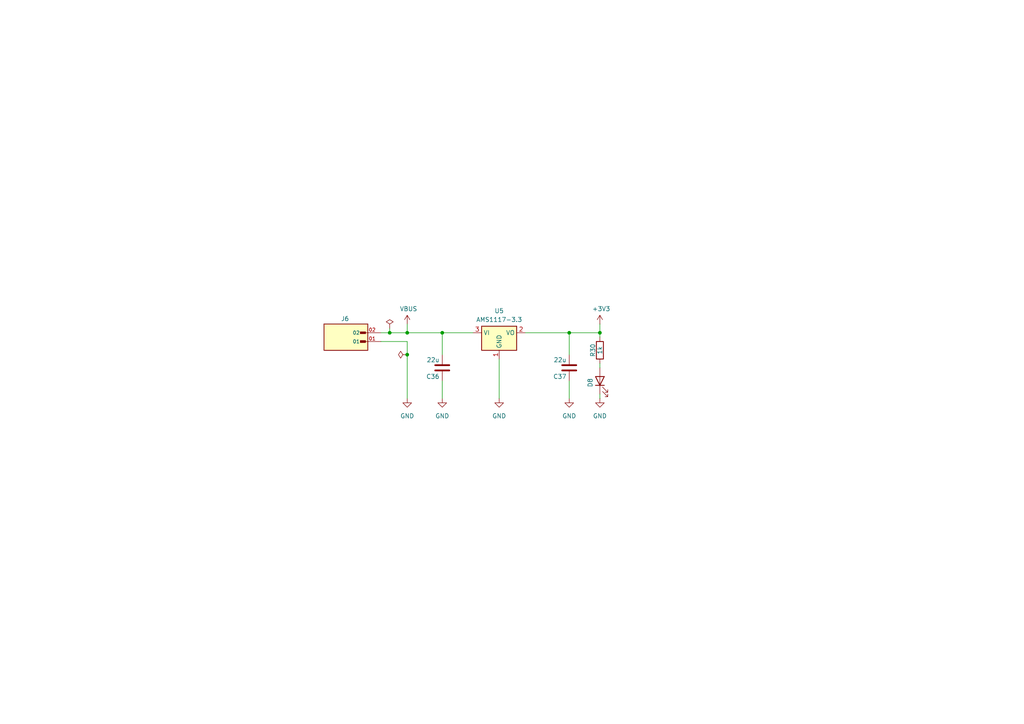
<source format=kicad_sch>
(kicad_sch (version 20250114) (generator "eeschema") (generator_version "9.0")
  (paper "A4")
  (title_block (title "AuraMon") (rev "v0.1"))
  (lib_symbols
    (symbol "AuraMon:1881448" (pin_names (offset 1.016))
      (property "Reference" "J" (at -6.85 5.08 0))
      (property "Value" "1881448" (at -6.35 -5.08 0))
      (symbol "1881448_0_0"
        (rectangle (start -6.35 -2.54) (end 6.35 5.08) (stroke (width 0.254)) (fill (type background)))
        (rectangle (start -5.715 2.2225) (end -4.1275 2.8575) (stroke (width 0.1)) (fill (type outline)))
        (rectangle (start -5.715 -0.3175) (end -4.1275 0.3175) (stroke (width 0.1)) (fill (type outline)))
        (pin passive line (at -10.16 2.54 0) (length 5.08) (name "01") (number "01"))
        (pin passive line (at -10.16 0 0) (length 5.08) (name "02") (number "02"))
      )
    )
    (symbol "Device:C" (pin_numbers (hide yes)) (pin_names (offset 0.254))
      (property "Reference" "C" (at 0.635 2.54 0))
      (property "Value" "C" (at 0.635 -2.54 0))
      (symbol "C_0_1"
        (polyline (pts (xy -2.032 0.762) (xy 2.032 0.762)) (stroke (width 0.508)))
        (polyline (pts (xy -2.032 -0.762) (xy 2.032 -0.762)) (stroke (width 0.508)))
      )
      (symbol "C_1_1"
        (pin passive line (at 0 3.81 270) (length 2.794) (name "~") (number "1"))
        (pin passive line (at 0 -3.81 90) (length 2.794) (name "~") (number "2"))
      )
    )
    (symbol "Device:R" (pin_numbers (hide yes)) (pin_names (offset 0))
      (property "Reference" "R" (at 2.032 0 90))
      (property "Value" "R" (at 0 0 90))
      (symbol "R_0_1"
        (rectangle (start -1.016 -2.54) (end 1.016 2.54) (stroke (width 0.254)))
      )
      (symbol "R_1_1"
        (pin passive line (at 0 3.81 270) (length 1.27) (name "~") (number "1"))
        (pin passive line (at 0 -3.81 90) (length 1.27) (name "~") (number "2"))
      )
    )
    (symbol "GND_2" (power) (pin_numbers (hide yes)) (pin_names (offset 0) (hide yes))
      (property "Value" "GND" (at 0 -3.81 0))
      (symbol "GND_2_0_1"
        (polyline (pts (xy 0 0) (xy 0 -1.27) (xy 1.27 -1.27) (xy 0 -2.54) (xy -1.27 -1.27) (xy 0 -1.27)))
      )
      (symbol "GND_2_1_1"
        (pin power_in line (at 0 0 270) (length 0) (name "~") (number "1"))
      )
    )
    (symbol "HomeLabIO:LED" (pin_numbers (hide yes)) (pin_names (hide yes))
      (property "Reference" "D" (at 0 2.54 0))
      (property "Value" "LED" (at 0 -2.54 0))
      (symbol "LED_0_1"
        (polyline (pts (xy -3.048 -0.762) (xy -4.572 -2.286) (xy -3.81 -2.286) (xy -4.572 -2.286) (xy -4.572 -1.524)))
        (polyline (pts (xy -1.778 -0.762) (xy -3.302 -2.286) (xy -2.54 -2.286) (xy -3.302 -2.286) (xy -3.302 -1.524)))
        (polyline (pts (xy -1.27 0) (xy 1.27 0)))
        (polyline (pts (xy -1.27 -1.27) (xy -1.27 1.27)) (stroke (width 0.254)))
        (polyline (pts (xy 1.27 -1.27) (xy 1.27 1.27) (xy -1.27 0) (xy 1.27 -1.27)) (stroke (width 0.254)))
      )
      (symbol "LED_1_1"
        (pin passive line (at -3.81 0 0) (length 2.54) (name "K") (number "1"))
        (pin passive line (at 3.81 0 180) (length 2.54) (name "A") (number "2"))
      )
    )
    (symbol "Regulator_Linear:AMS1117-3.3"
      (property "Reference" "U" (at -3.81 3.175 0))
      (property "Value" "AMS1117-3.3" (at 0 3.175 0))
      (symbol "AMS1117-3.3_0_1"
        (rectangle (start -5.08 -5.08) (end 5.08 1.905) (stroke (width 0.254)) (fill (type background)))
      )
      (symbol "AMS1117-3.3_1_1"
        (pin power_in line (at -7.62 0 0) (length 2.54) (name "VI") (number "3"))
        (pin power_in line (at 0 -7.62 90) (length 2.54) (name "GND") (number "1"))
        (pin power_out line (at 7.62 0 180) (length 2.54) (name "VO") (number "2"))
      )
    )
    (symbol "power:+3V3" (power) (pin_numbers (hide yes)) (pin_names (offset 0) (hide yes))
      (property "Value" "+3V3" (at 0 3.556 0))
      (symbol "+3V3_0_1"
        (polyline (pts (xy -0.762 1.27) (xy 0 2.54)))
        (polyline (pts (xy 0 2.54) (xy 0.762 1.27)))
        (polyline (pts (xy 0 0) (xy 0 2.54)))
      )
      (symbol "+3V3_1_1"
        (pin power_in line (at 0 0 90) (length 0) (name "~") (number "1"))
      )
    )
    (symbol "power:GND" (power) (pin_numbers (hide yes)) (pin_names (offset 0) (hide yes))
      (property "Value" "GND" (at 0 -3.81 0))
      (symbol "GND_0_1"
        (polyline (pts (xy 0 0) (xy 0 -1.27) (xy 1.27 -1.27) (xy 0 -2.54) (xy -1.27 -1.27) (xy 0 -1.27)))
      )
      (symbol "GND_1_1"
        (pin power_in line (at 0 0 270) (length 0) (name "~") (number "1"))
      )
    )
    (symbol "power:PWR_FLAG" (power) (pin_numbers (hide yes)) (pin_names (offset 0) (hide yes))
      (property "Value" "PWR_FLAG" (at 0 3.81 0))
      (symbol "PWR_FLAG_0_0"
        (pin power_out line (at 0 0 90) (length 0) (name "~") (number "1"))
      )
      (symbol "PWR_FLAG_0_1"
        (polyline (pts (xy 0 0) (xy 0 1.27) (xy -1.016 1.905) (xy 0 2.54) (xy 1.016 1.905) (xy 0 1.27)))
      )
    )
    (symbol "power:VBUS" (power) (pin_numbers (hide yes)) (pin_names (offset 0) (hide yes))
      (property "Value" "VBUS" (at 0 3.556 0))
      (symbol "VBUS_0_1"
        (polyline (pts (xy -0.762 1.27) (xy 0 2.54)))
        (polyline (pts (xy 0 2.54) (xy 0.762 1.27)))
        (polyline (pts (xy 0 0) (xy 0 2.54)))
      )
      (symbol "VBUS_1_1"
        (pin power_in line (at 0 0 90) (length 0) (name "~") (number "1"))
      )
    )
  )
  (junction (at 118.11 96.52))
  (junction (at 165.1 96.52))
  (junction (at 128.27 96.52))
  (junction (at 173.99 96.52))
  (junction (at 118.11 102.87))
  (junction (at 113.03 96.52))
  (wire (pts (xy 173.99 97.79) (xy 173.99 96.52)))
  (wire (pts (xy 128.27 96.52) (xy 128.27 102.87)))
  (wire (pts (xy 173.99 93.98) (xy 173.99 96.52)))
  (wire (pts (xy 118.11 99.06) (xy 118.11 102.87)))
  (wire (pts (xy 137.16 96.52) (xy 128.27 96.52)))
  (wire (pts (xy 165.1 110.49) (xy 165.1 115.57)))
  (wire (pts (xy 113.03 96.52) (xy 118.11 96.52)))
  (wire (pts (xy 144.78 104.14) (xy 144.78 115.57)))
  (wire (pts (xy 113.03 95.25) (xy 113.03 96.52)))
  (wire (pts (xy 173.99 106.68) (xy 173.99 105.41)))
  (wire (pts (xy 173.99 114.3) (xy 173.99 115.57)))
  (wire (pts (xy 110.49 96.52) (xy 113.03 96.52)))
  (wire (pts (xy 173.99 96.52) (xy 165.1 96.52)))
  (wire (pts (xy 110.49 99.06) (xy 118.11 99.06)))
  (wire (pts (xy 118.11 93.98) (xy 118.11 96.52)))
  (wire (pts (xy 118.11 102.87) (xy 118.11 115.57)))
  (wire (pts (xy 152.4 96.52) (xy 165.1 96.52)))
  (wire (pts (xy 128.27 96.52) (xy 118.11 96.52)))
  (wire (pts (xy 128.27 110.49) (xy 128.27 115.57)))
  (wire (pts (xy 165.1 96.52) (xy 165.1 102.87)))
  (symbol (lib_id "power:GND") (at 165.1 115.57 0) (unit 1)
    (property "Reference" "#PWR051" (effects (hide yes)))
    (property "Value" "GND" (at 165.1 120.65 0))
    (property "Description" "Power symbol creates a global label with name \"GND\" , ground" (effects (hide yes)))
  )
  (symbol (lib_id "power:GND") (at 118.11 115.57 0) (unit 1)
    (property "Reference" "#PWR047" (effects (hide yes)))
    (property "Value" "GND" (at 118.11 120.65 0))
    (property "Description" "Power symbol creates a global label with name \"GND\" , ground" (effects (hide yes)))
  )
  (symbol (lib_id "power:VBUS") (at 118.11 93.98 0) (unit 1)
    (property "Reference" "#PWR046" (effects (hide yes)))
    (property "Value" "VBUS" (at 118.491 89.5858 0))
  )
  (symbol (lib_name "GND_2") (lib_id "power:GND") (at 173.99 115.57 0) (unit 1)
    (property "Reference" "#PWR063" (effects (hide yes)))
    (property "Value" "GND" (at 173.99 120.65 0))
    (property "Description" "Power symbol creates a global label with name \"GND\" , ground" (effects (hide yes)))
  )
  (symbol (lib_id "Regulator_Linear:AMS1117-3.3") (at 144.78 96.52 0) (unit 1)
    (property "Reference" "U5" (at 144.78 90.17 0))
    (property "Value" "AMS1117-3.3" (at 144.78 92.71 0))
    (property "Footprint" "Package_TO_SOT_SMD:SOT-223-3_TabPin2" (effects (hide yes)))
    (property "Datasheet" "http://www.advanced-monolithic.com/pdf/ds1117.pdf" (effects (hide yes)))
    (property "Description" "1A Low Dropout regulator, positive, 3.3V fixed output, SOT-223" (effects (hide yes)))
    (property "MPN" "AMS1117-3.3" (effects (hide yes)))
    (property "Manufacturer" "UMW(Youtai Semiconductor Co., Ltd.)" (effects (hide yes)))
    (property "JLCPCB Part #" "C347222" (effects (hide yes)))
  )
  (symbol (lib_id "Device:C") (at 128.27 106.68 180) (unit 1)
    (property "Reference" "C36" (at 127.508 109.22 0) (effects (justify left)))
    (property "Value" "22u" (at 127.508 104.394 0) (effects (justify left)))
    (property "Footprint" "Capacitor_SMD:C_0603_1608Metric" (effects (hide yes)))
    (property "Datasheet" "https://jlcpcb.com/api/file/downloadByFileSystemAccessId/8555544417670705152" (effects (hide yes)))
    (property "Description" "6.3V 22uF X5R ±20% 0603 Multilayer Ceramic Capacitors MLCC - SMD/SMT ROHS" (effects (hide yes)))
    (property "MPN" "CL10A226MQ8NRNC" (effects (hide yes)))
    (property "JLCPCB Part #" "C59461" (effects (hide yes)))
    (property "Manufacturer" "Samsung Electro-Mechanics" (effects (hide yes)))
  )
  (symbol (lib_id "power:PWR_FLAG") (at 113.03 95.25 0) (unit 1)
    (property "Reference" "#FLG01" (effects (hide yes)))
    (property "Value" "PWR_FLAG" (effects (hide yes)))
    (property "Description" "Special symbol for telling ERC where power comes from" (effects (hide yes)))
  )
  (symbol (lib_id "Device:R") (at 173.99 101.6 180) (unit 1)
    (property "Reference" "R30" (at 171.958 101.6 90))
    (property "Value" "1k" (at 173.99 101.6 90))
    (property "Footprint" "Resistor_SMD:R_0402_1005Metric" (effects (hide yes)))
    (property "Datasheet" "https://jlcpcb.com/api/file/downloadByFileSystemAccessId/8588898674722553856" (effects (hide yes)))
    (property "Description" "-55℃~+155℃ 1kΩ 50V 62.5mW Thick Film Resistor ±1% ±100ppm/℃ 0402 Chip Resistor - Surface Mount ROHS" (effects (hide yes)))
    (property "MPN" "RC0402FR-071KL" (effects (hide yes)))
    (property "Manufacturer" "YAGEO" (effects (hide yes)))
    (property "JLCPCB Part #" "C106235" (effects (hide yes)))
  )
  (symbol (lib_id "HomeLabIO:LED") (at 173.99 110.49 90) (unit 1)
    (property "Reference" "D8" (at 171.196 110.998 0))
    (property "Value" "LED" (effects (hide yes)))
    (property "Footprint" "LED_SMD:LED_0603_1608Metric" (effects (hide yes)))
    (property "Datasheet" "https://www.lcsc.com/datasheet/lcsc_datasheet_1811100910_Lite-On-LTST-C191KGKT_C125098.pdf" (effects (hide yes)))
    (property "Description" "20mA 35mcd Colorless transparent lens -55℃~+85℃ 567.5nm~576.5nm Yellow Green 130° 75mW 2V 0603 LED Indication - Discrete ROHS" (effects (hide yes)))
    (property "MPN" "LTST-C191KGKT" (effects (hide yes)))
    (property "Manufacturer" "Lite-On" (effects (hide yes)))
    (property "JLCPCB Part #" "C125098" (effects (hide yes)))
  )
  (symbol (lib_id "Device:C") (at 165.1 106.68 180) (unit 1)
    (property "Reference" "C37" (at 164.338 109.22 0) (effects (justify left)))
    (property "Value" "22u" (at 164.338 104.394 0) (effects (justify left)))
    (property "Footprint" "Capacitor_SMD:C_0603_1608Metric" (effects (hide yes)))
    (property "Datasheet" "https://jlcpcb.com/api/file/downloadByFileSystemAccessId/8555544417670705152" (effects (hide yes)))
    (property "Description" "6.3V 22uF X5R ±20% 0603 Multilayer Ceramic Capacitors MLCC - SMD/SMT ROHS" (effects (hide yes)))
    (property "MPN" "CL10A226MQ8NRNC" (effects (hide yes)))
    (property "Manufacturer" "Samsung Electro-Mechanics" (effects (hide yes)))
    (property "JLCPCB Part #" "C59461" (effects (hide yes)))
  )
  (symbol (lib_id "power:GND") (at 144.78 115.57 0) (unit 1)
    (property "Reference" "#PWR049" (effects (hide yes)))
    (property "Value" "GND" (at 144.78 120.65 0))
    (property "Description" "Power symbol creates a global label with name \"GND\" , ground" (effects (hide yes)))
  )
  (symbol (lib_id "power:+3V3") (at 173.99 93.98 0) (unit 1)
    (property "Reference" "#PWR050" (effects (hide yes)))
    (property "Value" "+3V3" (at 174.371 89.5858 0))
  )
  (symbol (lib_id "power:PWR_FLAG") (at 118.11 102.87 90) (unit 1)
    (property "Reference" "#FLG02" (effects (hide yes)))
    (property "Value" "PWR_FLAG" (effects (hide yes)))
    (property "Description" "Special symbol for telling ERC where power comes from" (effects (hide yes)))
  )
  (symbol (lib_id "power:GND") (at 128.27 115.57 0) (unit 1)
    (property "Reference" "#PWR048" (effects (hide yes)))
    (property "Value" "GND" (at 128.27 120.65 0))
    (property "Description" "Power symbol creates a global label with name \"GND\" , ground" (effects (hide yes)))
  )
  (symbol (lib_id "AuraMon:1881448") (at 100.33 96.52 180) (unit 1)
    (property "Reference" "J6" (at 100.076 92.456 0))
    (property "Value" "1881448" (effects (hide yes)))
    (property "Footprint" "AuraMon:PHOENIX_1881448" (effects (hide yes)))
    (property "Datasheet" "https://jlcpcb.com/api/file/downloadByFileSystemAccessId/8590908100843294720" (effects (hide yes)))
    (property "Description" "1 2 2.5mm 2P Green Straight Pin Plugin Pluggable System Terminal Block ROHS" (effects (hide yes)))
    (property "MPN" "1881448" (effects (hide yes)))
    (property "Manufacturer" "Phoenix Contact" (effects (hide yes)))
    (property "JLCPCB Part #" "C5480444" (effects (hide yes)))
  )
)
</source>
